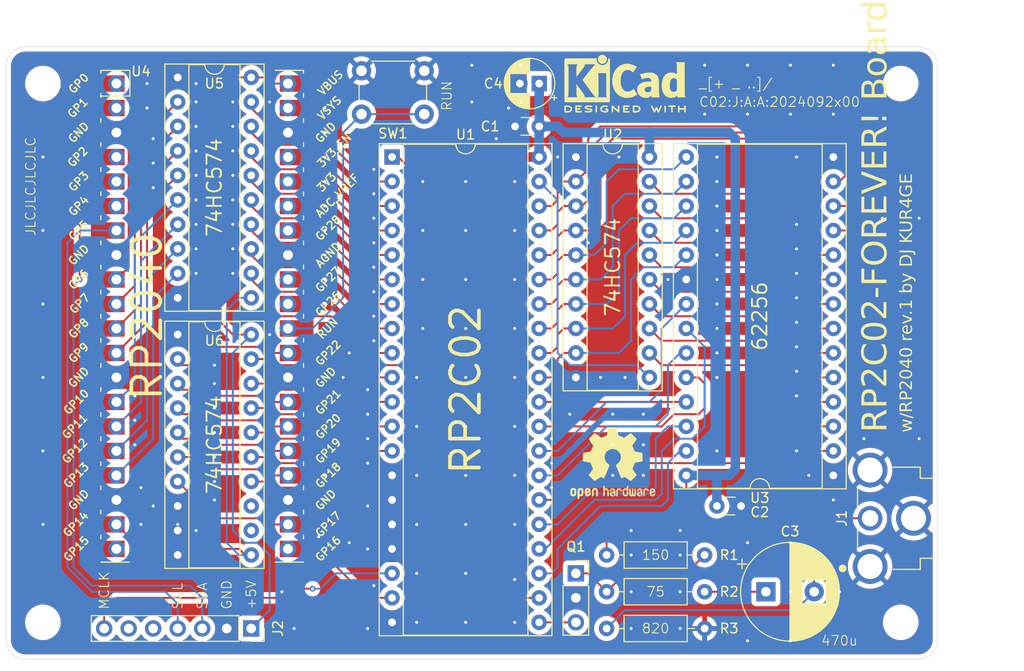
<source format=kicad_pcb>
(kicad_pcb (version 20240108) (generator "pcbnew") (generator_version "8.0")
  (layers (0 "F.Cu" signal) (31 "B.Cu" signal) (34 "B.Paste" user) (35 "F.Paste" user) (36 "B.SilkS" user "B.Silkscreen") (37 "F.SilkS" user "F.Silkscreen") (38 "B.Mask" user) (39 "F.Mask" user) (44 "Edge.Cuts" user))
  (net 0 "")
  (net 1 "GND")
  (net 2 "/P.nWE")
  (net 3 "/P.A0")
  (net 4 "/P.AD7")
  (net 5 "/P.A8")
  (net 6 "/P.AD5")
  (net 7 "/P.A5")
  (net 8 "/P.AD6")
  (net 9 "/P.AD3")
  (net 10 "/P.AD0")
  (net 11 "/P.A2")
  (net 12 "/P.A13")
  (net 13 "/P.A10")
  (net 14 "/P.A12")
  (net 15 "/P.A7")
  (net 16 "/P.AD2")
  (net 17 "/P.AD4")
  (net 18 "/P.nRD")
  (net 19 "/P.A6")
  (net 20 "/P.A9")
  (net 21 "/P.A3")
  (net 22 "/P.A1")
  (net 23 "/P.A4")
  (net 24 "/P.A11")
  (net 25 "/P.AD1")
  (net 26 "+5V")
  (net 27 "/P.ALE")
  (net 28 "MCLK")
  (net 29 "Net-(C3-Pad1)")
  (net 30 "VOUT")
  (net 31 "/VIDEO")
  (net 32 "/E.D7")
  (net 33 "/E.A0")
  (net 34 "/E.D6")
  (net 35 "/E.D2")
  (net 36 "/E.D0")
  (net 37 "/E.nCS")
  (net 38 "/E.D1")
  (net 39 "/E.nINT")
  (net 40 "/E.A2")
  (net 41 "/E.nRST")
  (net 42 "/E.A1")
  (net 43 "/E.R{slash}nW")
  (net 44 "/E.D3")
  (net 45 "/E.D4")
  (net 46 "/E.D5")
  (net 47 "RUN")
  (net 48 "SDA")
  (net 49 "SCL")
  (net 50 "+3V3")
  (net 53 "/F.A0")
  (net 56 "/F.nRST")
  (net 64 "/F.D2")
  (net 66 "/F.R{slash}nW")
  (net 67 "/F.D0")
  (net 68 "/F.A1")
  (net 69 "/F.D6")
  (net 70 "/F.nCS")
  (net 71 "/F.D4")
  (net 72 "/F.D5")
  (net 73 "/F.D1")
  (net 74 "/F.D3")
  (net 75 "/F.D7")
  (net 76 "/F.A2")
  (net 77 "CP")
  (net 80 "Net-(Q1-E)")
  (footprint "MountingHole:MountingHole_3.2mm_M3" (layer "F.Cu") (at 68.58 113.03)
    (property "Reference" "H3" (hide yes))
    (property "Value" "M3")
  )
  (footprint "Symbol:OSHW-Logo2_9.8x8mm_SilkScreen" (layer "F.Cu") (at 127.635 96.52)
    (property "Reference" "REF**" (hide yes))
    (property "Value" "OSHW-Logo2_9.8x8mm_SilkScreen" (hide yes))
  )
  (footprint "MountingHole:MountingHole_3.2mm_M3" (layer "F.Cu") (at 157.48 57.15)
    (property "Reference" "H1" (hide yes))
    (property "Value" "M3")
  )
  (footprint "Symbol:KiCad-Logo2_5mm_SilkScreen" (layer "F.Cu") (at 128.905 57.15)
    (property "Reference" "REF**" (hide yes))
    (property "Value" "KiCad-Logo2_5mm_SilkScreen" (hide yes))
  )
  (footprint "Button_Switch_THT:SW_PUSH_6mm" (layer "F.Cu") (at 108.1 60.325 180)
    (property "Reference" "SW1")
    (property "Value" "RUN")
  )
  (footprint "Resistor_THT:R_Axial_DIN0207_L6.3mm_D2.5mm_P10.16mm_Horizontal" (layer "F.Cu") (at 127 109.855)
    (property "Reference" "R2")
    (property "Value" "75")
  )
  (footprint "MountingHole:MountingHole_3.2mm_M3" (layer "F.Cu") (at 157.48 113.03)
    (property "Reference" "H2" (hide yes))
    (property "Value" "M3")
  )
  (footprint "local:CUI_RCJ-014" (layer "F.Cu") (at 160.255 102.235 180)
    (property "Reference" "J1")
    (property "Value" "VIDEO")
  )
  (footprint "Capacitor_THT:CP_Radial_D5.0mm_P2.00mm" (layer "F.Cu") (at 120.015 57.15 180)
    (property "Reference" "C4")
    (property "Value" "22u")
  )
  (footprint "Resistor_THT:R_Axial_DIN0207_L6.3mm_D2.5mm_P10.16mm_Horizontal" (layer "F.Cu") (at 127 113.665)
    (property "Reference" "R3")
    (property "Value" "820")
  )
  (footprint "Resistor_THT:R_Axial_DIN0207_L6.3mm_D2.5mm_P10.16mm_Horizontal" (layer "F.Cu") (at 127 106.045)
    (property "Reference" "R1")
    (property "Value" "150")
  )
  (footprint "Capacitor_THT:CP_Radial_D10.0mm_P5.00mm" (layer "F.Cu") (at 143.51 109.855)
    (property "Reference" "C3")
    (property "Value" "470u")
  )
  (footprint "Capacitor_THT:C_Disc_D3.0mm_W1.6mm_P2.50mm" (layer "F.Cu") (at 138.43 100.965)
    (property "Reference" "C2")
    (property "Value" "100n")
  )
  (footprint "Capacitor_THT:C_Disc_D3.0mm_W1.6mm_P2.50mm" (layer "F.Cu") (at 120.015 61.595 180)
    (property "Reference" "C1")
    (property "Value" "100n")
  )
  (footprint "Package_DIP:DIP-20_W7.62mm_Socket" (layer "F.Cu") (at 82.55 56.515)
    (property "Reference" "U5")
    (property "Value" "74HC574N")
  )
  (footprint "Package_DIP:DIP-28_W15.24mm_Socket" (layer "F.Cu") (at 150.495 97.79 180)
    (property "Reference" "U3")
    (property "Value" "IS62C256AL")
  )
  (footprint "Package_DIP:DIP-20_W7.62mm_Socket" (layer "F.Cu") (at 123.815 64.77)
    (property "Reference" "U2")
    (property "Value" "74HC574N")
  )
  (footprint "Package_DIP:DIP-20_W7.62mm_Socket" (layer "F.Cu") (at 82.55 83.185)
    (property "Reference" "U6")
    (property "Value" "74HC574N")
  )
  (footprint "Connector_PinSocket_2.54mm:PinSocket_1x03_P2.54mm_Vertical" (layer "F.Cu") (at 123.815 107.95)
    (property "Reference" "Q1")
    (property "Value" "2SA937")
  )
  (footprint "MCU_RaspberryPi_and_Boards:RPi_Pico_SMD_TH" (layer "F.Cu") (at 85.09 81.28)
    (property "Reference" "U4")
    (property "Value" "Pico")
  )
  (footprint "Connector_PinSocket_2.54mm:PinSocket_1x07_P2.54mm_Vertical" (layer "F.Cu") (at 90.17 113.665 -90)
    (property "Reference" "J2")
    (property "Value" "Si5351A")
  )
  (footprint "Package_DIP:DIP-40_W15.24mm_Socket" (layer "F.Cu") (at 104.765 64.77)
    (property "Reference" "U1")
    (property "Value" "RP2C02")
  )
  (footprint "MountingHole:MountingHole_3.2mm_M3" (layer "F.Cu") (at 68.58 57.15)
    (property "Reference" "H4" (hide yes))
    (property "Value" "M3")
  )
  (gr_line (start 159.29 116.84) (end 66.77 116.84) (stroke (width 0.05)) (layer "Edge.Cuts"))
  (gr_arc (start 64.77 55.34) (mid 65.355786 53.925786) (end 66.77 53.34) (stroke (width 0.05)) (layer "Edge.Cuts"))
  (gr_arc (start 161.29 114.84) (mid 160.704214 116.254214) (end 159.29 116.84) (stroke (width 0.05)) (layer "Edge.Cuts"))
  (gr_arc (start 159.29 53.34) (mid 160.704214 53.925786) (end 161.29 55.34) (stroke (width 0.05)) (layer "Edge.Cuts"))
  (gr_arc (start 66.77 116.84) (mid 65.355786 116.254214) (end 64.77 114.84) (stroke (width 0.05)) (layer "Edge.Cuts"))
  (gr_line (start 64.77 114.84) (end 64.77 55.34) (stroke (width 0.05)) (layer "Edge.Cuts"))
  (gr_line (start 66.77 53.34) (end 159.29 53.34) (stroke (width 0.05)) (layer "Edge.Cuts"))
  (gr_line (start 161.29 55.34) (end 161.29 114.84) (stroke (width 0.05)) (layer "Edge.Cuts"))
  (gr_text "74HC574" (at 86.35 67.94 90) (layer "F.SilkS") (effects (font (size 1.5 1.5) (thickness 0.1875))))
  (gr_text "150\n" (at 132.08 106.045 0) (layer "F.SilkS") (effects (font (size 1 1) (thickness 0.1))))
  (gr_text "w/RP2040 rev.1 by DJ KUR4GE" (at 158.115 93.345 90) (layer "F.SilkS") (effects (font (size 1.27 1.27) (thickness 0.1)) (justify left)))
  (gr_text "74HC574" (at 86.35 94.61 90) (layer "F.SilkS") (effects (font (size 1.5 1.5) (thickness 0.1875))))
  (gr_text "MCLK" (at 74.93 111.76 90) (layer "F.SilkS") (effects (font (size 1 1) (thickness 0.1)) (justify left)))
  (gr_text "RUN" (at 109.855 58.42 90) (layer "F.SilkS") (effects (font (size 1 1) (thickness 0.1)) (justify top)))
  (gr_text "RP2C02-FOREVER! Board" (at 154.94 93.345 90) (layer "F.SilkS") (effects (font (size 2.54 2.54) (thickness 0.1)) (justify left)))
  (gr_text "SDA" (at 85.09 111.76 90) (layer "F.SilkS") (effects (font (size 1 1) (thickness 0.1)) (justify left)))
  (gr_text "RP2C02" (at 112.395 88.9 90) (layer "F.SilkS") (effects (font (size 3 3) (thickness 0.375))))
  (gr_text "74HC574" (at 127.635 76.2 90) (layer "F.SilkS") (effects (font (size 1.5 1.5) (thickness 0.1875))))
  (gr_text "_[+ _ ..]/" (at 136.525 57.15 0) (layer "F.SilkS") (effects (font (size 1 1) (thickness 0.1)) (justify left)))
  (gr_text "RP2040" (at 79.375 81.28 90) (layer "F.SilkS") (effects (font (size 3 3) (thickness 0.375))))
  (gr_text "JLCJLCJLCJLC" (at 67.31 73.025 90) (layer "F.SilkS") (effects (font (size 1 1) (thickness 0.1)) (justify left)))
  (gr_text "75" (at 132.08 109.855 0) (layer "F.SilkS") (effects (font (size 1 1) (thickness 0.1))))
  (gr_text "GND" (at 87.63 111.76 90) (layer "F.SilkS") (effects (font (size 1 1) (thickness 0.1)) (justify left)))
  (gr_text "62256" (at 142.875 81.28 90) (layer "F.SilkS") (effects (font (size 1.5 1.5) (thickness 0.1875))))
  (gr_text "470u" (at 151.13 114.935 0) (layer "F.SilkS") (effects (font (size 1 1) (thickness 0.1))))
  (gr_text "SCL" (at 82.55 111.76 90) (layer "F.SilkS") (effects (font (size 1 1) (thickness 0.1)) (justify left)))
  (gr_text "+5V" (at 90.17 111.76 90) (layer "F.SilkS") (effects (font (size 1 1) (thickness 0.1)) (justify left)))
  (gr_text "C02:J:A:A:2024092x00" (at 136.525 59.055 0) (layer "F.SilkS") (effects (font (size 1 1) (thickness 0.1)) (justify left)))
  (gr_text "820" (at 132.08 113.665 0) (layer "F.SilkS") (effects (font (size 1 1) (thickness 0.1))))
  (via (at 146.685 86.995) (size 0.6) (drill 0.3) (layers "F.Cu" "B.Cu") (net 1))
  (via (at 151.13 109.855) (size 0.6) (drill 0.3) (layers "F.Cu" "B.Cu") (net 1))
  (via (at 88.265 64.135) (size 0.6) (drill 0.3) (layers "F.Cu" "B.Cu") (net 1))
  (via (at 137.16 55.245) (size 0.6) (drill 0.3) (layers "F.Cu" "B.Cu") (net 1))
  (via (at 84.455 59.055) (size 0.6) (drill 0.3) (layers "F.Cu" "B.Cu") (net 1))
  (via (at 117.475 77.47) (size 0.6) (drill 0.3) (layers "F.Cu" "B.Cu") (net 1))
  (via (at 117.475 72.39) (size 0.6) (drill 0.3) (layers "F.Cu" "B.Cu") (net 1))
  (via (at 102.235 93.98) (size 0.6) (drill 0.3) (layers "F.Cu" "B.Cu") (net 1))
  (via (at 121.285 96.52) (size 0.6) (drill 0.3) (layers "F.Cu" "B.Cu") (net 1))
  (via (at 107.315 107.95) (size 0.6) (drill 0.3) (layers "F.Cu" "B.Cu") (net 1))
  (via (at 134.62 106.045) (size 0.6) (drill 0.3) (layers "F.Cu" "B.Cu") (net 1))
  (via (at 146.685 74.295) (size 0.6) (drill 0.3) (layers "F.Cu" "B.Cu") (net 1))
  (via (at 102.87 66.04) (size 0.6) (drill 0.3) (layers "F.Cu" "B.Cu") (net 1))
  (via (at 127.635 94.615) (size 0.6) (drill 0.3) (layers "F.Cu" "B.Cu") (net 1))
  (via (at 133.35 77.47) (size 0.6) (drill 0.3) (layers "F.Cu" "B.Cu") (net 1))
  (via (at 68.58 95.25) (size 0.6) (drill 0.3) (layers "F.Cu" "B.Cu") (net 1))
  (via (at 138.43 80.01) (size 0.6) (drill 0.3) (layers "F.Cu" "B.Cu") (net 1))
  (via (at 80.01 62.865) (size 0.6) (drill 0.3) (layers "F.Cu" "B.Cu") (net 1))
  (via (at 146.05 55.245) (size 0.6) (drill 0.3) (layers "F.Cu" "B.Cu") (net 1))
  (via (at 146.05 109.855) (size 0.6) (drill 0.3) (layers "F.Cu" "B.Cu") (net 1))
  (via (at 130.81 97.79) (size 0.6) (drill 0.3) (layers "F.Cu" "B.Cu") (net 1))
  (via (at 138.43 72.39) (size 0.6) (drill 0.3) (layers "F.Cu" "B.Cu") (net 1))
  (via (at 93.345 109.855) (size 0.6) (drill 0.3) (layers "F.Cu" "B.Cu") (net 1))
  (via (at 78.105 89.535) (size 0.6) (drill 0.3) (layers "F.Cu" "B.Cu") (net 1))
  (via (at 84.455 64.135) (size 0.6) (drill 0.3) (layers "F.Cu" "B.Cu") (net 1))
  (via (at 137.16 60.325) (size 0.6) (drill 0.3) (layers "F.Cu" "B.Cu") (net 1))
  (via (at 159.385 71.12) (size 0.6) (drill 0.3) (layers "F.Cu" "B.Cu") (net 1))
  (via (at 112.395 92.71) (size 0.6) (drill 0.3) (layers "F.Cu" "B.Cu") (net 1))
  (via (at 102.235 91.44) (size 0.6) (drill 0.3) (layers "F.Cu" "B.Cu") (net 1))
  (via (at 121.285 99.06) (size 0.6) (drill 0.3) (layers "F.Cu" "B.Cu") (net 1))
  (via (at 107.315 97.79) (size 0.6) (drill 0.3) (layers "F.Cu" "B.Cu") (net 1))
  (via (at 102.235 113.665) (size 0.6) (drill 0.3) (layers "F.Cu" "B.Cu") (net 1))
  (via (at 84.455 57.15) (size 0.6) (drill 0.3) (layers "F.Cu" "B.Cu") (net 1))
  (via (at 97.79 69.85) (size 0.6) (drill 0.3) (layers "F.Cu" "B.Cu") (net 1))
  (via (at 97.155 104.14) (size 0.6) (drill 0.3) (layers "F.Cu" "B.Cu") (net 1))
  (via (at 88.265 71.755) (size 0.6) (drill 0.3) (layers "F.Cu" "B.Cu") (net 1))
  (via (at 138.43 87.63) (size 0.6) (drill 0.3) (layers "F.Cu" "B.Cu") (net 1))
  (via (at 78.74 99.06) (size 0.6) (drill 0.3) (layers "F.Cu" "B.Cu") (net 1))
  (via (at 107.315 92.71) (size 0.6) (drill 0.3) (layers "F.Cu" "B.Cu") (net 1))
  (via (at 112.395 113.03) (size 0.6) (drill 0.3) (layers "F.Cu" "B.Cu") (net 1))
  (via (at 80.01 67.945) (size 0.6) (drill 0.3) (layers "F.Cu" "B.Cu") (net 1))
  (via (at 134.62 113.665) (size 0.6) (drill 0.3) (layers "F.Cu" "B.Cu") (net 1))
  (via (at 107.95 67.31) (size 0.6) (drill 0.3) (layers "F.Cu" "B.Cu") (net 1))
  (via (at 68.58 72.39) (size 0.6) (drill 0.3) (layers "F.Cu" "B.Cu") (net 1))
  (via (at 117.475 92.71) (size 0.6) (drill 0.3) (layers "F.Cu" "B.Cu") (net 1))
  (via (at 86.36 93.345) (size 0.6) (drill 0.3) (layers "F.Cu" "B.Cu") (net 1))
  (via (at 141.605 60.325) (size 0.6) (drill 0.3) (layers "F.Cu" "B.Cu") (net 1))
  (via (at 125.095 73.66) (size 0.6) (drill 0.3) (layers "F.Cu" "B.Cu") (net 1))
  (via (at 84.455 103.505) (size 0.6) (drill 0.3) (layers "F.Cu" "B.Cu") (net 1))
  (via (at 78.105 94.615) (size 0.6) (drill 0.3) (layers "F.Cu" "B.Cu") (net 1))
  (via (at 97.79 59.69) (size 0.6) (drill 0.3) (layers "F.Cu" "B.Cu") (net 1))
  (via (at 150.495 100.33) (size 0.6) (drill 0.3) (layers "F.Cu" "B.Cu") (net 1))
  (via (at 138.43 85.09) (size 0.6) (drill 0.3) (layers "F.Cu" "B.Cu") (net 1))
  (via (at 79.375 59.69) (size 0.6) (drill 0.3) (layers "F.Cu" "B.Cu") (net 1))
  (via (at 112.395 72.39) (size 0.6) (drill 0.3) (layers "F.Cu" "B.Cu") (net 1))
  (via (at 129.54 113.665) (size 0.6) (drill 0.3) (layers "F.Cu" "B.Cu") (net 1))
  (via (at 86.36 88.265) (size 0.6) (drill 0.3) (layers "F.Cu" "B.Cu") (net 1))
  (via (at 127.635 91.44) (size 0.6) (drill 0.3) (layers "F.Cu" "B.Cu") (net 1))
  (via (at 100.33 85.09) (size 0.6) (drill 0.3) (layers "F.Cu" "B.Cu") (net 1))
  (via (at 88.265 74.295) (size 0.6) (drill 0.3) (layers "F.Cu" "B.Cu") (net 1))
  (via (at 86.36 95.885) (size 0.6) (drill 0.3) (layers "F.Cu" "B.Cu") (net 1))
  (via (at 128.905 87.63) (size 0.6) (drill 0.3) (layers "F.Cu" "B.Cu") (net 1))
  (via (at 147.955 97.79) (size 0.6) (drill 0.3) (layers "F.Cu" "B.Cu") (net 1))
  (via (at 107.315 87.63) (size 0.6) (drill 0.3) (layers "F.Cu" "B.Cu") (net 1))
  (via (at 107.95 77.47) (size 0.6) (drill 0.3) (layers "F.Cu" "B.Cu") (net 1))
  (via (at 138.43 82.55) (size 0.6) (drill 0.3) (layers "F.Cu" "B.Cu") (net 1))
  (via (at 84.455 76.835) (size 0.6) (drill 0.3) (layers "F.Cu" "B.Cu") (net 1))
  (via (at 126.365 87.63) (size 0.6) (drill 0.3) (layers "F.Cu" "B.Cu") (net 1))
  (via (at 97.79 74.93) (size 0.6) (drill 0.3) (layers "F.Cu" "B.Cu") (net 1))
  (via (at 102.87 78.74) (size 0.6) (drill 0.3) (layers "F.Cu" "B.Cu") (net 1))
  (via (at 68.58 80.01) (size 0.6) (drill 0.3) (layers "F.Cu" "B.Cu") (net 1))
  (via (at 107.315 113.03) (size 0.6) (drill 0.3) (layers "F.Cu" "B.Cu") (net 1))
  (via (at 84.455 71.755) (size 0.6) (drill 0.3) (layers "F.Cu" "B.Cu") (net 1))
  (via (at 146.685 89.535) (size 0.6) (drill 0.3) (layers "F.Cu" "B.Cu") (net 1))
  (via (at 86.36 100.33) (size 0.6) (drill 0.3) (layers "F.Cu" "B.Cu") (net 1))
  (via (at 86.36 98.425) (size 0.6) (drill 0.3) (layers "F.Cu" "B.Cu") (net 1))
  (via (at 102.87 71.12) (size 0.6) (drill 0.3) (layers "F.Cu" "B.Cu") (net 1))
  (via (at 112.395 102.87) (size 0.6) (drill 0.3) (layers "F.Cu" "B.Cu") (net 1))
  (via (at 138.43 67.31) (size 0.6) (drill 0.3) (layers "F.Cu" "B.Cu") (net 1))
  (via (at 113.03 55.245) (size 0.6) (drill 0.3) (layers "F.Cu" "B.Cu") (net 1))
  (via (at 141.605 104.775) (size 0.6) (drill 0.3) (layers "F.Cu" "B.Cu") (net 1))
  (via (at 117.475 113.03) (size 0.6) (drill 0.3) (layers "F.Cu" "B.Cu") (net 1))
  (via (at 123.19 91.44) (size 0.6) (drill 0.3) (layers "F.Cu" "B.Cu") (net 1))
  (via (at 112.395 67.31) (size 0.6) (drill 0.3) (layers "F.Cu" "B.Cu") (net 1))
  (via (at 80.01 100.965) (size 0.6) (drill 0.3) (layers "F.Cu" "B.Cu") (net 1))
  (via (at 107.315 102.87) (size 0.6) (drill 0.3) (layers "F.Cu" "B.Cu") (net 1))
  (via (at 159.385 93.98) (size 0.6) (drill 0.3) (layers "F.Cu" "B.Cu") (net 1))
  (via (at 102.87 83.82) (size 0.6) (drill 0.3) (layers "F.Cu" "B.Cu") (net 1))
  (via (at 118.11 55.245) (size 0.6) (drill 0.3) (layers "F.Cu" "B.Cu") (net 1))
  (via (at 68.58 102.87) (size 0.6) (drill 0.3) (layers "F.Cu" "B.Cu") (net 1))
  (via (at 102.87 68.58) (size 0.6) (drill 0.3) (layers "F.Cu" "B.Cu") (net 1))
  (via (at 102.87 81.28) (size 0.6) (drill 0.3) (layers "F.Cu" "B.Cu") (net 1))
  (via (at 97.79 72.39) (size 0.6) (drill 0.3) (layers "F.Cu" "B.Cu") (net 1))
  (via (at 102.87 76.2) (size 0.6) (drill 0.3) (layers "F.Cu" "B.Cu") (net 1))
  (via (at 146.685 71.755) (size 0.6) (drill 0.3) (layers "F.Cu" "B.Cu") (net 1))
  (via (at 117.475 87.63) (size 0.6) (drill 0.3) (layers "F.Cu" "B.Cu") (net 1))
  (via (at 78.74 102.87) (size 0.6) (drill 0.3) (layers "F.Cu" "B.Cu") (net 1))
  (via (at 99.695 87.63) (size 0.6) (drill 0.3) (layers "F.Cu" "B.Cu") (net 1))
  (via (at 117.475 102.87) (size 0.6) (drill 0.3) (layers "F.Cu" "B.Cu") (net 1))
  (via (at 117.475 108.585) (size 0.6) (drill 0.3) (layers "F.Cu" "B.Cu") (net 1))
  (via (at 97.79 64.77) (size 0.6) (drill 0.3) (layers "F.Cu" "B.Cu") (net 1))
  (via (at 97.79 67.31) (size 0.6) (drill 0.3) (layers "F.Cu" "B.Cu") (net 1))
  (via (at 130.81 91.44) (size 0.6) (drill 0.3) (layers "F.Cu" "B.Cu") (net 1))
  (via (at 150.495 55.245) (size 0.6) (drill 0.3) (layers "F.Cu" "B.Cu") (net 1))
  (via (at 82.55 102.87) (size 0.6) (drill 0.3) (layers "F.Cu" "B.Cu") (net 1))
  (via (at 141.605 114.935) (size 0.6) (drill 0.3) (layers "F.Cu" "B.Cu") (net 1))
  (via (at 146.05 60.325) (size 0.6) (drill 0.3) (layers "F.Cu" "B.Cu") (net 1))
  (via (at 92.075 59.055) (size 0.6) (drill 0.3) (layers "F.Cu" "B.Cu") (net 1))
  (via (at 118.11 59.055) (size 0.6) (drill 0.3) (layers "F.Cu" "B.Cu") (net 1))
  (via (at 146.685 81.915) (size 0.6) (drill 0.3) (layers "F.Cu" "B.Cu") (net 1))
  (via (at 141.605 55.245) (size 0.6) (drill 0.3) (layers "F.Cu" "B.Cu") (net 1))
  (via (at 113.03 59.055) (size 0.6) (drill 0.3) (layers "F.Cu" "B.Cu") (net 1))
  (via (at 84.455 61.595) (size 0.6) (drill 0.3) (layers "F.Cu" "B.Cu") (net 1))
  (via (at 102.235 96.52) (size 0.6) (drill 0.3) (layers "F.Cu" "B.Cu") (net 1))
  (via (at 102.87 109.22) (size 0.6) (drill 0.3) (layers "F.Cu" "B.Cu") (net 1))
  (via (at 116.84 59.69) (size 0.6) (drill 0.3) (layers "F.Cu" "B.Cu") (net 1))
  (via (at 97.79 77.47) (size 0.6) (drill 0.3) (layers "F.Cu" "B.Cu") (net 1))
  (via (at 94.615 113.665) (size 0.6) (drill 0.3) (layers "F.Cu" "B.Cu") (net 1))
  (via (at 84.455 74.295) (size 0.6) (drill 0.3) (layers "F.Cu" "B.Cu") (net 1))
  (via (at 88.265 66.675) (size 0.6) (drill 0.3) (layers "F.Cu" "B.Cu") (net 1))
  (via (at 112.395 82.55) (size 0.6) (drill 0.3) (layers "F.Cu" "B.Cu") (net 1))
  (via (at 146.05 104.775) (size 0.6) (drill 0.3) (layers "F.Cu" "B.Cu") (net 1))
  (via (at 107.95 82.55) (size 0.6) (drill 0.3) (layers "F.Cu" "B.Cu") (net 1))
  (via (at 146.685 64.77) (size 0.6) (drill 0.3) (layers "F.Cu" "B.Cu") (net 1))
  (via (at 100.33 104.775) (size 0.6) (drill 0.3) (layers "F.Cu" "B.Cu") (net 1))
  (via (at 115.57 62.865) (size 0.6) (drill 0.3) (layers "F.Cu" "B.Cu") (net 1))
  (via (at 107.95 72.39) (size 0.6) (drill 0.3) (layers "F.Cu" "B.Cu") (net 1))
  (via (at 102.235 100.965) (size 0.6) (drill 0.3) (layers "F.Cu" "B.Cu") (net 1))
  (via (at 146.05 114.935) (size 0.6) (drill 0.3) (layers "F.Cu" "B.Cu") (net 1))
  (via (at 146.685 76.835) (size 0.6) (drill 0.3) (layers "F.Cu" "B.Cu") (net 1))
  (via (at 88.265 69.215) (size 0.6) (drill 0.3) (layers "F.Cu" "B.Cu") (net 1))
  (via (at 117.475 67.31) (size 0.6) (drill 0.3) (layers "F.Cu" "B.Cu") (net 1))
  (via (at 88.265 59.055) (size 0.6) (drill 0.3) (layers "F.Cu" "B.Cu") (net 1))
  (via (at 97.79 97.79) (size 0.6) (drill 0.3) (layers "F.Cu" "B.Cu") (net 1))
  (via (at 68.58 87.63) (size 0.6) (drill 0.3) (layers "F.Cu" "B.Cu") (net 1))
  (via (at 88.265 76.835) (size 0.6) (drill 0.3) (layers "F.Cu" "B.Cu") (net 1))
  (via (at 112.395 87.63) (size 0.6) (drill 0.3) (layers "F.Cu" "B.Cu") (net 1))
  (via (at 121.92 64.77) (size 0.6) (drill 0.3) (layers "F.Cu" "B.Cu") (net 1))
  (via (at 79.375 57.15) (size 0.6) (drill 0.3) (layers "F.Cu" "B.Cu") (net 1))
  (via (at 146.685 84.455) (size 0.6) (drill 0.3) (layers "F.Cu" "B.Cu") (net 1))
  (via (at 138.43 69.85) (size 0.6) (drill 0.3) (layers "F.Cu" "B.Cu") (net 1))
  (via (at 92.075 83.185) (size 0.6) (drill 0.3) (layers "F.Cu" "B.Cu") (net 1))
  (via (at 78.105 92.075) (size 0.6) (drill 0.3) (layers "F.Cu" "B.Cu") (net 1))
  (via (at 153.67 93.98) (size 0.6) (drill 0.3) (layers "F.Cu" "B.Cu") (net 1))
  (via (at 138.43 64.77) (size 0.6) (drill 0.3) (layers "F.Cu" "B.Cu") (net 1))
  (via (at 102.235 105.41) (size 0.6) (drill 0.3) (layers "F.Cu" "B.Cu") (net 1))
  (via (at 112.395 97.79) (size 0.6) (drill 0.3) (layers "F.Cu" "B.Cu") (net 1))
  (via (at 155.575 71.12) (size 0.6) (drill 0.3) (layers "F.Cu" "B.Cu") (net 1))
  (via (at 68.58 64.77) (size 0.6) (drill 0.3) (layers "F.Cu" "B.Cu") (net 1))
  (via (at 150.495 60.325) (size 0.6) (drill 0.3) (layers "F.Cu" "B.Cu") (net 1))
  (via (at 97.79 80.01) (size 0.6) (drill 0.3) (layers "F.Cu" "B.Cu") (net 1))
  (via (at 146.685 79.375) (size 0.6) (drill 0.3) (layers "F.Cu" "B.Cu") (net 1))
  (via (at 138.43 74.93) (size 0.6) (drill 0.3) (layers "F.Cu" "B.Cu") (net 1))
  (via (at 129.54 109.855) (size 0.6) (drill 0.3) (layers "F.Cu" "B.Cu") (net 1))
  (via (at 102.87 73.66) (size 0.6) (drill 0.3) (layers "F.Cu" "B.Cu") (net 1))
  (via (at 117.475 97.79) (size 0.6) (drill 0.3) (layers "F.Cu" "B.Cu") (net 1))
  (via (at 138.43 95.25) (size 0.6) (drill 0.3) (layers "F.Cu" "B.Cu") (net 1))
  (via (at 121.285 93.98) (size 0.6) (drill 0.3) (layers "F.Cu" "B.Cu") (net 1))
  (via (at 112.395 77.47) (size 0.6) (drill 0.3) (layers "F.Cu" "B.Cu") (net 1))
  (via (at 138.43 77.47) (size 0.6) (drill 0.3) (layers "F.Cu" "B.Cu") (net 1))
  (via (at 80.01 65.405) (size 0.6) (drill 0.3) (layers "F.Cu" "B.Cu") (net 1))
  (via (at 127.635 97.79) (size 0.6) (drill 0.3) (layers "F.Cu" "B.Cu") (net 1))
  (via (at 84.455 69.215) (size 0.6) (drill 0.3) (layers "F.Cu" "B.Cu") (net 1))
  (via (at 129.54 103.505) (size 0.6) (drill 0.3) (layers "F.Cu" "B.Cu") (net 1))
  (via (at 128.27 64.77) (size 0.6) (drill 0.3) (layers "F.Cu" "B.Cu") (net 1))
  (via (at 97.79 62.23) (size 0.6) (drill 0.3) (layers "F.Cu" "B.Cu") (net 1))
  (via (at 129.54 106.045) (size 0.6) (drill 0.3) (layers "F.Cu" "B.Cu") (net 1))
  (via (at 112.395 107.95) (size 0.6) (drill 0.3) (layers "F.Cu" "B.Cu") (net 1))
  (via (at 86.36 90.805) (size 0.6) (drill 0.3) (layers "F.Cu" "B.Cu") (net 1))
  (via (at 88.265 61.595) (size 0.6) (drill 0.3) (layers "F.Cu" "B.Cu") (net 1))
  (via (at 117.475 82.55) (size 0.6) (drill 0.3) (layers "F.Cu" "B.Cu") (net 1))
  (via (at 146.685 95.25) (size 0.6) (drill 0.3) (layers "F.Cu" "B.Cu") (net 1))
  (via (at 134.62 109.855) (size 0.6) (drill 0.3) (layers "F.Cu" "B.Cu") (net 1))
  (via (at 84.455 66.675) (size 0.6) (drill 0.3) (layers "F.Cu" "B.Cu") (net 1))
  (via (at 102.235 88.9) (size 0.6) (drill 0.3) (layers "F.Cu" "B.Cu") (net 1))
  (via (at 130.81 94.615) (size 0.6) (drill 0.3) (layers "F.Cu" "B.Cu") (net 1))
  (via (at 86.36 86.36) (size 0.6) (drill 0.3) (layers "F.Cu" "B.Cu") (net 1))
  (via (at 134.62 103.505) (size 0.6) (drill 0.3) (layers "F.Cu" "B.Cu") (net 1))
  (segment (start 121.92 105.41) (end 126.365 100.965) (width 0.2) (layer "B.Cu") (net 2))
  (segment (start 121.92 107.315) (end 121.92 105.41) (width 0.2) (layer "B.Cu") (net 2))
  (segment (start 120.005 107.95) (end 121.285 107.95) (width 0.2) (layer "B.Cu") (net 2))
  (segment (start 133.35 96.52) (end 134.62 95.25) (width 0.2) (layer "B.Cu") (net 2))
  (segment (start 133.35 100.33) (end 133.35 96.52) (width 0.2) (layer "B.Cu") (net 2))
  (segment (start 134.62 95.25) (end 135.255 95.25) (width 0.2) (layer "B.Cu") (net 2))
  (segment (start 126.365 100.965) (end 132.715 100.965) (width 0.2) (layer "B.Cu") (net 2))
  (segment (start 121.285 107.95) (end 121.92 107.315) (width 0.2) (layer "B.Cu") (net 2))
  (segment (start 132.715 100.965) (end 133.35 100.33) (width 0.2) (layer "B.Cu") (net 2))
  (segment (start 150.495 74.93) (end 148.59 74.93) (width 0.2) (layer "F.Cu") (net 3))
  (segment (start 142.24 68.58) (end 132.705 68.58) (width 0.2) (layer "F.Cu") (net 3))
  (segment (start 148.59 74.93) (end 142.24 68.58) (width 0.2) (layer "F.Cu") (net 3))
  (segment (start 131.435 67.31) (end 132.705 68.58) (width 0.2) (layer "F.Cu") (net 3))
  (segment (start 121.92 85.725) (end 122.555 85.09) (width 0.2) (layer "F.Cu") (net 4))
  (segment (start 121.285 87.63) (end 121.92 86.995) (width 0.2) (layer "F.Cu") (net 4))
  (segment (start 122.555 85.09) (end 123.815 85.09) (width 0.2) (layer "F.Cu") (net 4))
  (segment (start 121.92 86.995) (end 121.92 85.725) (width 0.2) (layer "F.Cu") (net 4))
  (segment (start 120.005 87.63) (end 121.285 87.63) (width 0.2) (layer "F.Cu") (net 4))
  (segment (start 129.54 77.47) (end 130.81 76.2) (width 0.2) (layer "B.Cu") (net 4))
  (segment (start 130.81 76.2) (end 133.985 76.2) (width 0.2) (layer "B.Cu") (net 4))
  (segment (start 123.815 85.09) (end 128.27 85.09) (width 0.2) (layer "B.Cu") (net 4))
  (segment (start 133.985 76.2) (end 135.255 74.93) (width 0.2) (layer "B.Cu") (net 4))
  (segment (start 129.54 83.82) (end 129.54 77.47) (width 0.2) (layer "B.Cu") (net 4))
  (segment (start 128.27 85.09) (end 129.54 83.82) (width 0.2) (layer "B.Cu") (net 4))
  (segment (start 135.255 90.17) (end 120.005 90.17) (width 0.2) (layer "F.Cu") (net 5))
  (segment (start 121.285 82.55) (end 121.92 81.915) (width 0.2) (layer "F.Cu") (net 6))
  (segment (start 121.92 80.645) (end 122.555 80.01) (width 0.2) (layer "F.Cu") (net 6))
  (segment (start 121.92 81.915) (end 121.92 80.645) (width 0.2) (layer "F.Cu") (net 6))
  (segment (start 122.555 80.01) (end 123.815 80.01) (width 0.2) (layer "F.Cu") (net 6))
  (segment (start 120.005 82.55) (end 121.285 82.55) (width 0.2) (layer "F.Cu") (net 6))
  (segment (start 128.27 72.39) (end 129.54 71.12) (width 0.2) (layer "B.Cu") (net 6))
  (segment (start 133.985 71.12) (end 135.255 69.85) (width 0.2) (layer "B.Cu") (net 6))
  (segment (start 127 80.01) (end 128.27 78.74) (width 0.2) (layer "B.Cu") (net 6))
  (segment (start 128.27 78.74) (end 128.27 72.39) (width 0.2) (layer "B.Cu") (net 6))
  (segment (start 123.815 80.01) (end 127 80.01) (width 0.2) (layer "B.Cu") (net 6))
  (segment (start 129.54 71.12) (end 133.985 71.12) (width 0.2) (layer "B.Cu") (net 6))
  (segment (start 131.435 80.01) (end 132.705 81.28) (width 0.2) (layer "F.Cu") (net 7))
  (segment (start 142.24 81.28) (end 148.59 87.63) (width 0.2) (layer "F.Cu") (net 7))
  (segment (start 148.59 87.63) (end 150.495 87.63) (width 0.2) (layer "F.Cu") (net 7))
  (segment (start 132.705 81.28) (end 142.24 81.28) (width 0.2) (layer "F.Cu") (net 7))
  (segment (start 121.92 84.455) (end 121.92 83.185) (width 0.2) (layer "F.Cu") (net 8))
  (segment (start 121.92 83.185) (end 122.555 82.55) (width 0.2) (layer "F.Cu") (net 8))
  (segment (start 122.555 82.55) (end 123.815 82.55) (width 0.2) (layer "F.Cu") (net 8))
  (segment (start 121.285 85.09) (end 121.92 84.455) (width 0.2) (layer "F.Cu") (net 8))
  (segment (start 120.005 85.09) (end 121.285 85.09) (width 0.2) (layer "F.Cu") (net 8))
  (segment (start 130.175 73.66) (end 133.985 73.66) (width 0.2) (layer "B.Cu") (net 8))
  (segment (start 127.635 82.55) (end 128.905 81.28) (width 0.2) (layer "B.Cu") (net 8))
  (segment (start 128.905 81.28) (end 128.905 74.93) (width 0.2) (layer "B.Cu") (net 8))
  (segment (start 123.815 82.55) (end 127.635 82.55) (width 0.2) (layer "B.Cu") (net 8))
  (segment (start 133.985 73.66) (end 135.255 72.39) (width 0.2) (layer "B.Cu") (net 8))
  (segment (start 128.905 74.93) (end 130.175 73.66) (width 0.2) (layer "B.Cu") (net 8))
  (segment (start 120.005 77.47) (end 121.285 77.47) (width 0.2) (layer "F.Cu") (net 9))
  (segment (start 122.555 74.93) (end 123.815 74.93) (width 0.2) (layer "F.Cu") (net 9))
  (segment (start 121.92 75.565) (end 122.555 74.93) (width 0.2) (layer "F.Cu") (net 9))
  (segment (start 121.92 76.835) (end 121.92 75.565) (width 0.2) (layer "F.Cu") (net 9))
  (segment (start 121.285 77.47) (end 121.92 76.835) (width 0.2) (layer "F.Cu") (net 9))
  (segment (start 125.73 74.93) (end 127 73.66) (width 0.2) (layer "B.Cu") (net 9))
  (segment (start 127 73.66) (end 127 67.31) (width 0.2) (layer "B.Cu") (net 9))
  (segment (start 127 67.31) (end 128.27 66.04) (width 0.2) (layer "B.Cu") (net 9))
  (segment (start 123.815 74.93) (end 125.73 74.93) (width 0.2) (layer "B.Cu") (net 9))
  (segment (start 128.27 66.04) (end 133.985 66.04) (width 0.2) (layer "B.Cu") (net 9))
  (segment (start 133.985 66.04) (end 135.255 64.77) (width 0.2) (layer "B.Cu") (net 9))
  (segment (start 126.365 61.595) (end 152.4 61.595) (width 0.2) (layer "F.Cu") (net 10))
  (segment (start 125.095 66.04) (end 125.095 62.865) (width 0.2) (layer "F.Cu") (net 10))
  (segment (start 153.67 62.865) (end 153.67 71.12) (width 0.2) (layer "F.Cu") (net 10))
  (segment (start 125.095 62.865) (end 126.365 61.595) (width 0.2) (layer "F.Cu") (net 10))
  (segment (start 122.555 67.31) (end 123.815 67.31) (width 0.2) (layer "F.Cu") (net 10))
  (segment (start 153.67 71.12) (end 152.4 72.39) (width 0.2) (layer "F.Cu") (net 10))
  (segment (start 121.285 69.85) (end 121.92 69.215) (width 0.2) (layer "F.Cu") (net 10))
  (segment (start 120.005 69.85) (end 121.285 69.85) (width 0.2) (layer "F.Cu") (net 10))
  (segment (start 123.825 67.31) (end 125.095 66.04) (width 0.2) (layer "F.Cu") (net 10))
  (segment (start 121.92 69.215) (end 121.92 67.945) (width 0.2) (layer "F.Cu") (net 10))
  (segment (start 152.4 61.595) (end 153.67 62.865) (width 0.2) (layer "F.Cu") (net 10))
  (segment (start 152.4 72.39) (end 150.495 72.39) (width 0.2) (layer "F.Cu") (net 10))
  (segment (start 123.815 67.31) (end 123.825 67.31) (width 0.2) (layer "F.Cu") (net 10))
  (segment (start 121.92 67.945) (end 122.555 67.31) (width 0.2) (layer "F.Cu") (net 10))
  (segment (start 142.24 73.66) (end 132.705 73.66) (width 0.2) (layer "F.Cu") (net 11))
  (segment (start 148.59 80.01) (end 142.24 73.66) (width 0.2) (layer "F.Cu") (net 11))
  (segment (start 150.495 80.01) (end 148.59 80.01) (width 0.2) (layer "F.Cu") (net 11))
  (segment (start 131.435 72.39) (end 132.705 73.66) (width 0.2) (layer "F.Cu") (net 11))
  (segment (start 132.08 93.98) (end 133.35 92.71) (width 0.2) (layer "B.Cu") (net 12))
  (segment (start 121.92 102.87) (end 125.095 99.695) (width 0.2) (layer "B.Cu") (net 12))
  (segment (start 125.095 99.695) (end 131.445 99.695) (width 0.2) (layer "B.Cu") (net 12))
  (segment (start 132.08 99.06) (end 132.08 93.98) (width 0.2) (layer "B.Cu") (net 12))
  (segment (start 133.35 92.71) (end 135.255 92.71) (width 0.2) (layer "B.Cu") (net 12))
  (segment (start 131.445 99.695) (end 132.08 99.06) (width 0.2) (layer "B.Cu") (net 12))
  (segment (start 120.005 102.87) (end 121.92 102.87) (width 0.2) (layer "B.Cu") (net 12))
  (segment (start 120.005 95.25) (end 121.92 95.25) (width 0.2) (layer "B.Cu") (net 13))
  (segment (start 127 90.17) (end 131.445 90.17) (width 0.2) (layer "B.Cu") (net 13))
  (segment (start 132.715 88.9) (end 132.715 82.55) (width 0.2) (layer "B.Cu") (net 13))
  (segment (start 132.715 82.55) (end 135.255 80.01) (width 0.2) (layer "B.Cu") (net 13))
  (segment (start 121.92 95.25) (end 127 90.17) (width 0.2) (layer "B.Cu") (net 13))
  (segment (start 131.445 90.17) (end 132.715 88.9) (width 0.2) (layer "B.Cu") (net 13))
  (segment (start 148.59 95.25) (end 150.495 95.25) (width 0.2) (layer "F.Cu") (net 14))
  (segment (start 121.92 100.33) (end 125.73 96.52) (width 0.2) (layer "F.Cu") (net 14))
  (segment (start 125.73 96.52) (end 147.32 96.52) (width 0.2) (layer "F.Cu") (net 14))
  (segment (start 147.32 96.52) (end 148.59 95.25) (width 0.2) (layer "F.Cu") (net 14))
  (segment (start 120.005 100.33) (end 121.92 100.33) (width 0.2) (layer "F.Cu") (net 14))
  (segment (start 142.24 86.36) (end 148.59 92.71) (width 0.2) (layer "F.Cu") (net 15))
  (segment (start 131.435 85.09) (end 132.705 86.36) (width 0.2) (layer "F.Cu") (net 15))
  (segment (start 148.59 92.71) (end 150.495 92.71) (width 0.2) (layer "F.Cu") (net 15))
  (segment (start 132.705 86.36) (end 142.24 86.36) (width 0.2) (layer "F.Cu") (net 15))
  (segment (start 121.285 74.93) (end 121.92 74.295) (width 0.2) (layer "F.Cu") (net 16))
  (segment (start 127.635 62.865) (end 151.13 62.865) (width 0.2) (layer "F.Cu") (net 16))
  (segment (start 122.555 72.39) (end 123.815 72.39) (width 0.2) (layer "F.Cu") (net 16))
  (segment (start 152.4 66.04) (end 151.13 67.31) (width 0.2) (layer "F.Cu") (net 16))
  (segment (start 123.815 72.39) (end 125.095 72.39) (width 0.2) (layer "F.Cu") (net 16))
  (segment (start 121.92 74.295) (end 121.92 73.025) (width 0.2) (layer "F.Cu") (net 16))
  (segment (start 126.365 64.135) (end 127.635 62.865) (width 0.2) (layer "F.Cu") (net 16))
  (segment (start 126.365 71.12) (end 126.365 64.135) (width 0.2) (layer "F.Cu") (net 16))
  (segment (start 125.095 72.39) (end 126.365 71.12) (width 0.2) (layer "F.Cu") (net 16))
  (segment (start 120.005 74.93) (end 121.285 74.93) (width 0.2) (layer "F.Cu") (net 16))
  (segment (start 151.13 67.31) (end 150.495 67.31) (width 0.2) (layer "F.Cu") (net 16))
  (segment (start 121.92 73.025) (end 122.555 72.39) (width 0.2) (layer "F.Cu") (net 16))
  (segment (start 152.4 64.135) (end 152.4 66.04) (width 0.2) (layer "F.Cu") (net 16))
  (segment (start 151.13 62.865) (end 152.4 64.135) (width 0.2) (layer "F.Cu") (net 16))
  (segment (start 120.005 80.01) (end 121.285 80.01) (width 0.2) (layer "F.Cu") (net 17))
  (segment (start 122.555 77.47) (end 123.815 77.47) (width 0.2) (layer "F.Cu") (net 17))
  (segment (start 121.92 78.105) (end 122.555 77.47) (width 0.2) (layer "F.Cu") (net 17))
  (segment (start 121.285 80.01) (end 121.92 79.375) (width 0.2) (layer "F.Cu") (net 17))
  (segment (start 121.92 79.375) (end 121.92 78.105) (width 0.2) (layer "F.Cu") (net 17))
  (segment (start 127.635 69.85) (end 127.635 76.2) (width 0.2) (layer "B.Cu") (net 17))
  (segment (start 135.255 67.31) (end 133.985 68.58) (width 0.2) (layer "B.Cu") (net 17))
  (segment (start 126.365 77.47) (end 123.815 77.47) (width 0.2) (layer "B.Cu") (net 17))
  (segment (start 133.985 68.58) (end 128.905 68.58) (width 0.2) (layer "B.Cu") (net 17))
  (segment (start 127.635 76.2) (end 126.365 77.47) (width 0.2) (layer "B.Cu") (net 17))
  (segment (start 128.905 68.58) (end 127.635 69.85) (width 0.2) (layer "B.Cu") (net 17))
  (segment (start 137.16 84.455) (end 135.255 82.55) (width 0.2) (layer "B.Cu") (net 18))
  (segment (start 132.08 100.33) (end 132.715 99.695) (width 0.2) (layer "B.Cu") (net 18))
  (segment (start 120.65 105.41) (end 125.73 100.33) (width 0.2) (layer "B.Cu") (net 18))
  (segment (start 132.715 95.25) (end 133.985 93.98) (width 0.2) (layer "B.Cu") (net 18))
  (segment (start 137.16 92.71) (end 137.16 84.455) (width 0.2) (layer "B.Cu") (net 18))
  (segment (start 133.985 93.98) (end 135.89 93.98) (width 0.2) (layer "B.Cu") (net 18))
  (segment (start 135.89 82.55) (end 135.255 82.55) (width 0.2) (layer "B.Cu") (net 18))
  (segment (start 125.73 100.33) (end 132.08 100.33) (width 0.2) (layer "B.Cu") (net 18))
  (segment (start 120.005 105.41) (end 120.65 105.41) (width 0.2) (layer "B.Cu") (net 18))
  (segment (start 132.715 99.695) (end 132.715 95.25) (width 0.2) (layer "B.Cu") (net 18))
  (segment (start 135.89 93.98) (end 137.16 92.71) (width 0.2) (layer "B.Cu") (net 18))
  (segment (start 142.24 83.82) (end 148.59 90.17) (width 0.2) (layer "F.Cu") (net 19))
  (segment (start 131.435 82.55) (end 132.705 83.82) (width 0.2) (layer "F.Cu") (net 19))
  (segment (start 148.59 90.17) (end 150.495 90.17) (width 0.2) (layer "F.Cu") (net 19))
  (segment (start 132.705 83.82) (end 142.24 83.82) (width 0.2) (layer "F.Cu") (net 19))
  (segment (start 136.525 91.44) (end 137.16 90.805) (width 0.2) (layer "F.Cu") (net 20))
  (segment (start 136.525 87.63) (end 135.255 87.63) (width 0.2) (layer "F.Cu") (net 20))
  (segment (start 137.16 90.805) (end 137.16 88.265) (width 0.2) (layer "F.Cu") (net 20))
  (segment (start 137.16 88.265) (end 136.525 87.63) (width 0.2) (layer "F.Cu") (net 20))
  (segment (start 133.985 91.44) (end 136.525 91.44) (width 0.2) (layer "F.Cu") (net 20))
  (segment (start 132.715 92.71) (end 133.985 91.44) (width 0.2) (layer "F.Cu") (net 20))
  (segment (start 120.005 92.71) (end 132.715 92.71) (width 0.2) (layer "F.Cu") (net 20))
  (segment (start 132.705 76.2) (end 142.24 76.2) (width 0.2) (layer "F.Cu") (net 21))
  (segment (start 131.435 74.93) (end 132.705 76.2) (width 0.2) (layer "F.Cu") (net 21))
  (segment (start 148.59 82.55) (end 150.495 82.55) (width 0.2) (layer "F.Cu") (net 21))
  (segment (start 142.24 76.2) (end 148.59 82.55) (width 0.2) (layer "F.Cu") (net 21))
  (segment (start 148.59 77.47) (end 150.495 77.47) (width 0.2) (layer "F.Cu") (net 22))
  (segment (start 132.705 71.12) (end 142.24 71.12) (width 0.2) (layer "F.Cu") (net 22))
  (segment (start 131.435 69.85) (end 132.08 69.85) (width 0.2) (layer "F.Cu") (net 22))
  (segment (start 131.435 69.85) (end 132.705 71.12) (width 0.2) (layer "F.Cu") (net 22))
  (segment (start 142.24 71.12) (end 148.59 77.47) (width 0.2) (layer "F.Cu") (net 22))
  (segment (start 142.24 78.74) (end 148.59 85.09) (width 0.2) (layer "F.Cu") (net 23))
  (segment (start 148.59 85.09) (end 150.495 85.09) (width 0.2) (layer "F.Cu") (net 23))
  (segment (start 132.705 78.74) (end 142.24 78.74) (width 0.2) (layer "F.Cu") (net 23))
  (segment (start 131.435 77.47) (end 132.705 78.74) (width 0.2) (layer "F.Cu") (net 23))
  (segment (start 134.62 85.09) (end 135.255 85.09) (width 0.2) (layer "B.Cu") (net 24))
  (segment (start 120.005 97.79) (end 121.92 97.79) (width 0.2) (layer "B.Cu") (net 24))
  (segment (start 127 92.71) (end 132.08 92.71) (width 0.2) (layer "B.Cu") (net 24))
  (segment (start 132.08 92.71) (end 133.35 91.44) (width 0.2) (layer "B.Cu") (net 24))
  (segment (start 133.35 86.36) (end 134.62 85.09) (width 0.2) (layer "B.Cu") (net 24))
  (segment (start 133.35 91.44) (end 133.35 86.36) (width 0.2) (layer "B.Cu") (net 24))
  (segment (start 121.92 97.79) (end 127 92.71) (width 0.2) (layer "B.Cu") (net 24))
  (segment (start 150.495 69.85) (end 151.765 69.85) (width 0.2) (layer "F.Cu") (net 25))
  (segment (start 124.46 69.85) (end 125.73 68.58) (width 0.2) (layer "F.Cu") (net 25))
  (segment (start 127 62.23) (end 151.765 62.23) (width 0.2) (layer "F.Cu") (net 25))
  (segment (start 121.285 72.39) (end 121.92 71.755) (width 0.2) (layer "F.Cu") (net 25))
  (segment (start 125.73 68.58) (end 125.73 63.5) (width 0.2) (layer "F.Cu") (net 25))
  (segment (start 153.035 68.58) (end 151.765 69.85) (width 0.2) (layer "F.Cu") (net 25))
  (segment (start 125.73 63.5) (end 127 62.23) (width 0.2) (layer "F.Cu") (net 25))
  (segment (start 122.555 69.85) (end 123.815 69.85) (width 0.2) (layer "F.Cu") (net 25))
  (segment (start 123.815 69.85) (end 124.46 69.85) (width 0.2) (layer "F.Cu") (net 25))
  (segment (start 121.92 71.755) (end 121.92 70.485) (width 0.2) (layer "F.Cu") (net 25))
  (segment (start 151.765 62.23) (end 153.035 63.5) (width 0.2) (layer "F.Cu") (net 25))
  (segment (start 120.005 72.39) (end 121.285 72.39) (width 0.2) (layer "F.Cu") (net 25))
  (segment (start 153.035 63.5) (end 153.035 68.58) (width 0.2) (layer "F.Cu") (net 25))
  (segment (start 121.92 70.485) (end 122.555 69.85) (width 0.2) (layer "F.Cu") (net 25))
  (segment (start 98.0175 57.15) (end 93.98 57.15) (width 1) (layer "F.Cu") (net 26))
  (segment (start 99.695 62.865) (end 99.06 62.23) (width 1) (layer "F.Cu") (net 26))
  (segment (start 127 103.505) (end 128.27 102.235) (width 0.2) (layer "F.Cu") (net 26))
  (segment (start 135.255 100.965) (end 135.255 97.79) (width 0.2) (layer "F.Cu") (net 26))
  (segment (start 99.06 62.23) (end 99.06 58.1925) (width 1) (layer "F.Cu") (net 26))
  (segment (start 91.44 56.515) (end 92.075 57.15) (width 0.2) (layer "F.Cu") (net 26))
  (segment (start 120.005 64.77) (end 113.03 64.77) (width 1) (layer "F.Cu") (net 26))
  (segment (start 86.995 81.915) (end 88.265 83.185) (width 0.2) (layer "F.Cu") (net 26))
  (segment (start 90.17 56.515) (end 91.44 56.515) (width 0.2) (layer "F.Cu") (net 26))
  (segment (start 90.17 56.515) (end 88.265 56.515) (width 0.2) (layer "F.Cu") (net 26))
  (segment (start 88.265 83.185) (end 90.17 83.185) (width 0.2) (layer "F.Cu") (net 26))
  (segment (start 128.27 102.235) (end 133.985 102.235) (width 0.2) (layer "F.Cu") (net 26))
  (segment (start 133.985 102.235) (end 135.255 100.965) (width 0.2) (layer "F.Cu") (net 26))
  (segment (start 127 106.045) (end 127 103.505) (width 0.2) (layer "F.Cu") (net 26))
  (segment (start 113.03 64.77) (end 111.125 62.865) (width 1) (layer "F.Cu") (net 26))
  (segment (start 88.265 56.515) (end 86.995 57.785) (width 0.2) (layer "F.Cu") (net 26))
  (segment (start 92.075 57.15) (end 93.98 57.15) (width 0.2) (layer "F.Cu") (net 26))
  (segment (start 99.06 58.1925) (end 98.0175 57.15) (width 1) (layer "F.Cu") (net 26))
  (segment (start 111.125 62.865) (end 99.695 62.865) (width 1) (layer "F.Cu") (net 26))
  (segment (start 86.995 57.785) (end 86.995 81.915) (width 0.2) (layer "F.Cu") (net 26))
  (segment (start 138.43 97.79) (end 139.7 97.79) (width 1) (layer "B.Cu") (net 26))
  (segment (start 92.075 111.76) (end 92.075 106.045) (width 0.2) (layer "B.Cu") (net 26))
  (segment (start 120.005 61.605) (end 120.005 64.77) (width 1) (layer "B.Cu") (net 26))
  (segment (start 139.7 62.23) (end 131.445 62.23) (width 1) (layer "B.Cu") (net 26))
  (segment (start 140.335 97.155) (end 140.335 62.865) (width 1) (layer "B.Cu") (net 26))
  (segment (start 138.43 97.79) (end 135.255 97.79) (width 1) (layer "B.Cu") (net 26))
  (segment (start 139.7 97.79) (end 140.335 97.155) (width 1) (layer "B.Cu") (net 26))
  (segment (start 131.445 62.23) (end 122.555 62.23) (width 1) (layer "B.Cu") (net 26))
  (segment (start 131.445 63.5) (end 131.435 63.51) (width 1) (layer "B.Cu") (net 26))
  (segment (start 92.075 106.045) (end 90.805 104.775) (width 0.2) (layer "B.Cu") (net 26))
  (segment (start 90.17 113.665) (end 92.075 111.76) (width 0.2) (layer "B.Cu") (net 26))
  (segment (start 140.335 62.865) (end 139.7 62.23) (width 1) (layer "B.Cu") (net 26))
  (segment (start 138.43 97.79) (end 138.43 100.965) (width 1) (layer "B.Cu") (net 26))
  (segment (start 131.435 63.51) (end 131.435 64.77) (width 1) (layer "B.Cu") (net 26))
  (segment (start 121.92 61.595) (end 120.015 61.595) (width 1) (layer "B.Cu") (net 26))
  (segment (start 131.445 62.23) (end 131.445 63.5) (width 1) (layer "B.Cu") (net 26))
  (segment (start 88.265 103.505) (end 88.265 85.09) (width 0.2) (layer "B.Cu") (net 26))
  (segment (start 90.805 104.775) (end 89.535 104.775) (width 0.2) (layer "B.Cu") (net 26))
  (segment (start 88.265 85.09) (end 90.17 83.185) (width 0.2) (layer "B.Cu") (net 26))
  (segment (start 122.555 62.23) (end 121.92 61.595) (width 1) (layer "B.Cu") (net 26))
  (segment (start 120.015 61.595) (end 120.005 61.605) (width 1) (layer "B.Cu") (net 26))
  (segment (start 89.535 104.775) (end 88.265 103.505) (width 0.2) (layer "B.Cu") (net 26))
  (segment (start 120.015 61.595) (end 120.015 57.464887) (width 1) (layer "B.Cu") (net 26))
  (segment (start 120.005 67.31) (end 121.92 69.225) (width 0.2) (layer "B.Cu") (net 27))
  (segment (start 121.92 69.225) (end 121.92 85.09) (width 0.2) (layer "B.Cu") (net 27))
  (segment (start 131.435 88.275) (end 131.435 87.63) (width 0.2) (layer "B.Cu") (net 27))
  (segment (start 130.165 86.36) (end 131.435 87.63) (width 0.2) (layer "B.Cu") (net 27))
  (segment (start 121.92 85.09) (end 123.19 86.36) (width 0.2) (layer "B.Cu") (net 27))
  (segment (start 123.19 86.36) (end 130.165 86.36) (width 0.2) (layer "B.Cu") (net 27))
  (segment (start 96.52 109.54) (end 95.565 109.54) (width 0.2) (layer "F.Cu") (net 28))
  (segment (start 95.565 109.54) (end 94.615 110.49) (width 0.2) (layer "F.Cu") (net 28))
  (segment (start 74.93 113.03) (end 74.93 113.665) (width 0.2) (layer "F.Cu") (net 28))
  (segment (start 74.93 111.76) (end 74.93 113.665) (width 0.2) (layer "F.Cu") (net 28))
  (segment (start 76.2 110.49) (end 74.93 111.76) (width 0.2) (layer "F.Cu") (net 28))
  (segment (start 94.615 110.49) (end 76.2 110.49) (width 0.2) (layer "F.Cu") (net 28))
  (via (at 96.52 109.54) (size 0.6) (drill 0.3) (layers "F.Cu" "B.Cu") (net 28))
  (segment (start 104.765 107.95) (end 98.958529 107.95) (width 0.2) (layer "B.Cu") (net 28))
  (segment (start 96.52 109.54) (end 97.368529 109.54) (width 0.2) (layer "B.Cu") (net 28))
  (segment (start 97.368529 109.54) (end 98.958529 107.95) (width 0.2) (layer "B.Cu") (net 28))
  (segment (start 104.135 107.95) (end 104.765 107.95) (width 0.2) (layer "B.Cu") (net 28))
  (segment (start 137.16 109.855) (end 143.51 109.855) (width 0.2) (layer "F.Cu") (net 29))
  (segment (start 120.005 113.03) (end 123.815 113.03) (width 0.2) (layer "F.Cu") (net 30))
  (segment (start 149.86 102.235) (end 154.305 102.235) (width 0.2) (layer "F.Cu") (net 31))
  (segment (start 148.51 109.855) (end 148.51 103.585) (width 0.2) (layer "F.Cu") (net 31))
  (segment (start 148.51 103.585) (end 149.86 102.235) (width 0.2) (layer "F.Cu") (net 31))
  (segment (start 128.905 111.76) (end 146.605 111.76) (width 0.2) (layer "B.Cu") (net 31))
  (segment (start 146.605 111.76) (end 148.51 109.855) (width 0.2) (layer "B.Cu") (net 31))
  (segment (start 127 113.665) (end 128.905 111.76) (width 0.2) (layer "B.Cu") (net 31))
  (segment (start 76.2 97.79) (end 80.01 93.98) (width 0.2) (layer "B.Cu") (net 32))
  (segment (start 80.01 93.98) (end 80.01 79.375) (width 0.2) (layer "B.Cu") (net 32))
  (segment (start 80.01 79.375) (end 82.55 76.835) (width 0.2) (layer "B.Cu") (net 32))
  (segment (start 82.55 93.98) (end 84.455 93.98) (width 0.2) (layer "F.Cu") (net 33))
  (segment (start 92.075 95.25) (end 93.98 95.25) (width 0.2) (layer "F.Cu") (net 33))
  (segment (start 84.455 93.98) (end 85.09 94.615) (width 0.2) (layer "F.Cu") (net 33))
  (segment (start 85.09 94.615) (end 91.44 94.615) (width 0.2) (layer "F.Cu") (net 33))
  (segment (start 91.44 94.615) (end 92.075 95.25) (width 0.2) (layer "F.Cu") (net 33))
  (segment (start 79.375 77.47) (end 82.55 74.295) (width 0.2) (layer "B.Cu") (net 34))
  (segment (start 79.375 92.075) (end 79.375 77.47) (width 0.2) (layer "B.Cu") (net 34))
  (segment (start 76.2 95.25) (end 79.375 92.075) (width 0.2) (layer "B.Cu") (net 34))
  (segment (start 78.74 67.945) (end 82.55 64.135) (width 0.2) (layer "F.Cu") (net 35))
  (segment (start 76.2 82.55) (end 78.74 80.01) (width 0.2) (layer "F.Cu") (net 35))
  (segment (start 78.74 80.01) (end 78.74 67.945) (width 0.2) (layer "F.Cu") (net 35))
  (segment (start 77.47 76.2) (end 77.47 64.135) (width 0.2) (layer "F.Cu") (net 36))
  (segment (start 76.2 77.47) (end 77.47 76.2) (width 0.2) (layer "F.Cu") (net 36))
  (segment (start 77.47 64.135) (end 82.55 59.055) (width 0.2) (layer "F.Cu") (net 36))
  (segment (start 92.075 97.79) (end 93.98 97.79) (width 0.2) (layer "F.Cu") (net 37))
  (segment (start 85.09 97.155) (end 91.44 97.155) (width 0.2) (layer "F.Cu") (net 37))
  (segment (start 91.44 97.155) (end 92.075 97.79) (width 0.2) (layer "F.Cu") (net 37))
  (segment (start 83.82 95.885) (end 85.09 97.155) (width 0.2) (layer "F.Cu") (net 37))
  (segment (start 82.55 95.885) (end 83.82 95.885) (width 0.2) (layer "F.Cu") (net 37))
  (segment (start 76.2 80.01) (end 78.105 78.105) (width 0.2) (layer "F.Cu") (net 38))
  (segment (start 78.105 78.105) (end 78.105 66.04) (width 0.2) (layer "F.Cu") (net 38))
  (segment (start 78.105 66.04) (end 82.55 61.595) (width 0.2) (layer "F.Cu") (net 38))
  (segment (start 97.155 105.41) (end 93.98 105.41) (width 0.2) (layer "F.Cu") (net 39))
  (segment (start 102.235 110.49) (end 97.155 105.41) (width 0.2) (layer "F.Cu") (net 39))
  (segment (start 104.765 110.49) (end 102.235 110.49) (width 0.2) (layer "F.Cu") (net 39))
  (segment (start 85.09 89.535) (end 91.44 89.535) (width 0.2) (layer "F.Cu") (net 40))
  (segment (start 82.55 88.9) (end 84.455 88.9) (width 0.2) (layer "F.Cu") (net 40))
  (segment (start 84.455 88.9) (end 85.09 89.535) (width 0.2) (layer "F.Cu") (net 40))
  (segment (start 91.44 89.535) (end 92.075 90.17) (width 0.2) (layer "F.Cu") (net 40))
  (segment (start 92.075 90.17) (end 93.98 90.17) (width 0.2) (layer "F.Cu") (net 40))
  (segment (start 91.44 102.235) (end 92.075 102.87) (width 0.2) (layer "F.Cu") (net 41))
  (segment (start 82.55 98.425) (end 86.36 102.235) (width 0.2) (layer "F.Cu") (net 41))
  (segment (start 86.36 102.235) (end 91.44 102.235) (width 0.2) (layer "F.Cu") (net 41))
  (segment (start 92.075 102.87) (end 93.98 102.87) (width 0.2) (layer "F.Cu") (net 41))
  (segment (start 91.44 92.075) (end 92.075 92.71) (width 0.2) (layer "F.Cu") (net 42))
  (segment (start 85.09 92.075) (end 91.44 92.075) (width 0.2) (layer "F.Cu") (net 42))
  (segment (start 84.455 91.44) (end 85.09 92.075) (width 0.2) (layer "F.Cu") (net 42))
  (segment (start 92.075 92.71) (end 93.98 92.71) (width 0.2) (layer "F.Cu") (net 42))
  (segment (start 82.55 91.44) (end 84.455 91.44) (width 0.2) (layer "F.Cu") (net 42))
  (segment (start 91.44 84.455) (end 86.36 84.455) (width 0.2) (layer "F.Cu") (net 43))
  (segment (start 84.455 86.36) (end 82.55 86.36) (width 0.2) (layer "F.Cu") (net 43))
  (segment (start 86.36 84.455) (end 84.455 86.36) (width 0.2) (layer "F.Cu") (net 43))
  (segment (start 93.98 85.09) (end 92.075 85.09) (width 0.2) (layer "F.Cu") (net 43))
  (segment (start 92.075 85.09) (end 91.44 84.455) (width 0.2) (layer "F.Cu") (net 43))
  (segment (start 76.2 85.09) (end 79.375 81.915) (width 0.2) (layer "F.Cu") (net 44))
  (segment (start 79.375 69.85) (end 82.55 66.675) (width 0.2) (layer "F.Cu") (net 44))
  (segment (start 79.375 81.915) (end 79.375 69.85) (width 0.2) (layer "F.Cu") (net 44))
  (segment (start 76.2 90.17) (end 78.105 88.265) (width 0.2) (layer "B.Cu") (net 45))
  (segment (start 78.105 88.265) (end 78.105 73.66) (width 0.2) (layer "B.Cu") (net 45))
  (segment (start 78.105 73.66) (end 82.55 69.215) (width 0.2) (layer "B.Cu") (net 45))
  (segment (start 78.74 90.17) (end 78.74 75.565) (width 0.2) (layer "B.Cu") (net 46))
  (segment (start 78.74 75.565) (end 82.55 71.755) (width 0.2) (layer "B.Cu") (net 46))
  (segment (start 76.2 92.71) (end 78.74 90.17) (width 0.2) (layer "B.Cu") (net 46))
  (segment (start 93.98 82.55) (end 96.52 82.55) (width 0.2) (layer "B.Cu") (net 47))
  (segment (start 99.695 62.23) (end 101.6 60.325) (width 0.2) (layer "B.Cu") (net 47))
  (segment (start 96.52 82.55) (end 99.695 79.375) (width 0.2) (layer "B.Cu") (net 47))
  (segment (start 101.6 60.325) (end 108.1 60.325) (width 0.2) (layer "B.Cu") (net 47))
  (segment (start 99.695 79.375) (end 99.695 62.23) (width 0.2) (layer "B.Cu") (net 47))
  (segment (start 107.95 60.475) (end 108.1 60.325) (width 0.2) (layer "B.Cu") (net 47))
  (segment (start 72.39 71.12) (end 73.66 69.85) (width 0.2) (layer "F.Cu") (net 48))
  (segment (start 73.66 69.85) (end 76.2 69.85) (width 0.2) (layer "F.Cu") (net 48))
  (segment (start 72.39 77.47) (end 72.39 71.12) (width 0.2) (layer "F.Cu") (net 48))
  (via (at 72.39 77.47) (size 0.6) (drill 0.3) (layers "F.Cu" "B.Cu") (net 48))
  (segment (start 85.09 110.49) (end 83.82 109.22) (width 0.2) (layer "B.Cu") (net 48))
  (segment (start 71.755 78.105) (end 72.39 77.47) (width 0.2) (layer "B.Cu") (net 48))
  (segment (start 85.09 113.665) (end 85.09 110.49) (width 0.2) (layer "B.Cu") (net 48))
  (segment (start 85.09 113.03) (end 85.09 113.665) (width 0.2) (layer "B.Cu") (net 48))
  (segment (start 73.66 109.22) (end 71.755 107.315) (width 0.2) (layer "B.Cu") (net 48))
  (segment (start 71.755 107.315) (end 71.755 78.105) (width 0.2) (layer "B.Cu") (net 48))
  (segment (start 83.82 109.22) (end 73.66 109.22) (width 0.2) (layer "B.Cu") (net 48))
  (segment (start 81.28 109.855) (end 82.55 111.125) (width 0.2) (layer "B.Cu") (net 49))
  (segment (start 72.39 72.39) (end 71.12 73.66) (width 0.2) (layer "B.Cu") (net 49))
  (segment (start 71.12 73.66) (end 71.12 107.315) (width 0.2) (layer "B.Cu") (net 49))
  (segment (start 82.55 111.125) (end 82.55 113.665) (width 0.2) (layer "B.Cu") (net 49))
  (segment (start 71.12 107.315) (end 73.66 109.855) (width 0.2) (layer "B.Cu") (net 49))
  (segment (start 76.2 72.39) (end 72.39 72.39) (width 0.2) (layer "B.Cu") (net 49))
  (segment (start 73.66 109.855) (end 81.28 109.855) (width 0.2) (layer "B.Cu") (net 49))
  (segment (start 92.135 93.98) (end 100.33 93.98) (width 0.2) (layer "F.Cu") (net 53))
  (segment (start 90.17 93.345) (end 91.5 93.345) (width 0.2) (layer "F.Cu") (net 53))
  (segment (start 101.6 92.71) (end 104.765 92.71) (width 0.2) (layer "F.Cu") (net 53))
  (segment (start 100.33 93.98) (end 101.6 92.71) (width 0.2) (layer "F.Cu") (net 53))
  (segment (start 91.5 93.345) (end 92.135 93.98) (width 0.2) (layer "F.Cu") (net 53))
  (segment (start 113.665 106.68) (end 117.475 110.49) (width 0.2) (layer "F.Cu") (net 56))
  (segment (start 98.425 100.33) (end 98.425 104.775) (width 0.2) (layer "F.Cu") (net 56))
  (segment (start 117.475 110.49) (end 120.005 110.49) (width 0.2) (layer "F.Cu") (net 56))
  (segment (start 90.17 98.425) (end 91.44 98.425) (width 0.2) (layer "F.Cu") (net 56))
  (segment (start 92.075 99.06) (end 97.155 99.06) (width 0.2) (layer "F.Cu") (net 56))
  (segment (start 97.155 99.06) (end 98.425 100.33) (width 0.2) (layer "F.Cu") (net 56))
  (segment (start 91.44 98.425) (end 92.075 99.06) (width 0.2) (layer "F.Cu") (net 56))
  (segment (start 100.33 106.68) (end 113.665 106.68) (width 0.2) (layer "F.Cu") (net 56))
  (segment (start 98.425 104.775) (end 100.33 106.68) (width 0.2) (layer "F.Cu") (net 56))
  (segment (start 92.71 68.58) (end 92.075 67.945) (width 0.2) (layer "F.Cu") (net 64))
  (segment (start 102.235 72.39) (end 98.425 68.58) (width 0.2) (layer "F.Cu") (net 64))
  (segment (start 104.765 72.39) (end 102.235 72.39) (width 0.2) (layer "F.Cu") (net 64))
  (segment (start 92.075 66.675) (end 90.17 64.77) (width 0.2) (layer "F.Cu") (net 64))
  (segment (start 98.425 68.58) (end 92.71 68.58) (width 0.2) (layer "F.Cu") (net 64))
  (segment (start 92.075 67.945) (end 92.075 66.675) (width 0.2) (layer "F.Cu") (net 64))
  (segment (start 90.17 64.77) (end 90.17 64.135) (width 0.2) (layer "F.Cu") (net 64))
  (segment (start 90.17 85.725) (end 91.44 85.725) (width 0.2) (layer "F.Cu") (net 66))
  (segment (start 105.41 64.77) (end 104.765 64.77) (width 0.2) (layer "F.Cu") (net 66))
  (segment (start 106.68 85.725) (end 106.68 66.04) (width 0.2) (layer "F.Cu") (net 66))
  (segment (start 92.075 86.36) (end 106.045 86.36) (width 0.2) (layer "F.Cu") (net 66))
  (segment (start 91.44 85.725) (end 92.075 86.36) (width 0.2) (layer "F.Cu") (net 66))
  (segment (start 106.68 66.04) (end 105.41 64.77) (width 0.2) (layer "F.Cu") (net 66))
  (segment (start 106.045 86.36) (end 106.68 85.725) (width 0.2) (layer "F.Cu") (net 66))
  (segment (start 92.075 61.595) (end 90.17 59.69) (width 0.2) (layer "F.Cu") (net 67))
  (segment (start 92.71 63.5) (end 92.075 62.865) (width 0.2) (layer "F.Cu") (net 67))
  (segment (start 102.235 67.31) (end 98.425 63.5) (width 0.2) (layer "F.Cu") (net 67))
  (segment (start 92.075 62.865) (end 92.075 61.595) (width 0.2) (layer "F.Cu") (net 67))
  (segment (start 90.17 59.69) (end 90.17 59.055) (width 0.2) (layer "F.Cu") (net 67))
  (segment (start 98.425 63.5) (end 92.71 63.5) (width 0.2) (layer "F.Cu") (net 67))
  (segment (start 104.765 67.31) (end 102.235 67.31) (width 0.2) (layer "F.Cu") (net 67))
  (segment (start 90.17 90.805) (end 91.44 90.805) (width 0.2) (layer "F.Cu") (net 68))
  (segment (start 100.33 91.44) (end 101.6 90.17) (width 0.2) (layer "F.Cu") (net 68))
  (segment (start 101.6 90.17) (end 104.765 90.17) (width 0.2) (layer "F.Cu") (net 68))
  (segment (start 92.075 91.44) (end 100.33 91.44) (width 0.2) (layer "F.Cu") (net 68))
  (segment (start 91.44 90.805) (end 92.075 91.44) (width 0.2) (layer "F.Cu") (net 68))
  (segment (start 92.71 78.74) (end 92.075 78.105) (width 0.2) (layer "F.Cu") (net 69))
  (segment (start 104.765 82.55) (end 102.235 82.55) (width 0.2) (layer "F.Cu") (net 69))
  (segment (start 98.425 78.74) (end 92.71 78.74) (width 0.2) (layer "F.Cu") (net 69))
  (segment (start 90.17 74.93) (end 90.17 74.295) (width 0.2) (layer "F.Cu") (net 69))
  (segment (start 92.075 76.835) (end 90.17 74.93) (width 0.2) (layer "F.Cu") (net 69))
  (segment (start 92.075 78.105) (end 92.075 76.835) (width 0.2) (layer "F.Cu") (net 69))
  (segment (start 102.235 82.55) (end 98.425 78.74) (width 0.2) (layer "F.Cu") (net 69))
  (segment (start 100.33 96.52) (end 101.6 95.25) (width 0.2) (layer "F.Cu") (net 70))
  (segment (start 91.44 95.885) (end 92.075 96.52) (width 0.2) (layer "F.Cu") (net 70))
  (segment (start 101.6 95.25) (end 104.765 95.25) (width 0.2) (layer "F.Cu") (net 70))
  (segment (start 92.075 96.52) (end 100.33 96.52) (width 0.2) (layer "F.Cu") (net 70))
  (segment (start 91.44 95.885) (end 90.17 95.885) (width 0.2) (layer "F.Cu") (net 70))
  (segment (start 104.765 77.47) (end 102.235 77.47) (width 0.2) (layer "F.Cu") (net 71))
  (segment (start 92.71 73.66) (end 92.075 73.025) (width 0.2) (layer "F.Cu") (net 71))
  (segment (start 92.075 73.025) (end 92.075 71.755) (width 0.2) (layer "F.Cu") (net 71))
  (segment (start 92.075 71.755) (end 90.17 69.85) (width 0.2) (layer "F.Cu") (net 71))
  (segment (start 98.425 73.66) (end 92.71 73.66) (width 0.2) (layer "F.Cu") (net 71))
  (segment (start 102.235 77.47) (end 98.425 73.66) (width 0.2) (layer "F.Cu") (net 71))
  (segment (start 90.17 69.85) (end 90.17 69.215) (width 0.2) (layer "F.Cu") (net 71))
  (segment (start 90.17 72.39) (end 90.17 71.755) (width 0.2) (layer "F.Cu") (net 72))
  (segment (start 92.075 75.565) (end 92.075 74.295) (width 0.2) (layer "F.Cu") (net 72))
  (segment (start 92.075 74.295) (end 90.17 72.39) (width 0.2) (layer "F.Cu") (net 72))
  (segment (start 102.235 80.01) (end 98.425 76.2) (width 0.2) (layer "F.Cu") (net 72))
  (segment (start 98.425 76.2) (end 92.71 76.2) (width 0.2) (layer "F.Cu") (net 72))
  (segment (start 104.765 80.01) (end 102.235 80.01) (width 0.2) (layer "F.Cu") (net 72))
  (segment (start 92.71 76.2) (end 92.075 75.565) (width 0.2) (layer "F.Cu") (net 72))
  (segment (start 98.425 66.04) (end 92.71 66.04) (width 0.2) (layer "F.Cu") (net 73))
  (segment (start 90.17 62.23) (end 90.17 61.595) (width 0.2) (layer "F.Cu") (net 73))
  (segment (start 104.765 69.85) (end 102.235 69.85) (width 0.2) (layer "F.Cu") (net 73))
  (segment (start 92.075 65.405) (end 92.075 64.135) (width 0.2) (layer "F.Cu") (net 73))
  (segment (start 92.075 64.135) (end 90.17 62.23) (width 0.2) (layer "F.Cu") (net 73))
  (segment (start 102.235 69.85) (end 98.425 66.04) (width 0.2) (layer "F.Cu") (net 73))
  (segment (start 92.71 66.04) (end 92.075 65.405) (width 0.2) (layer "F.Cu") (net 73))
  (segment (start 92.075 69.215) (end 90.17 67.31) (width 0.2) (layer "F.Cu") (net 74))
  (segment (start 104.765 74.93) (end 102.235 74.93) (width 0.2) (layer "F.Cu") (net 74))
  (segment (start 98.425 71.12) (end 92.71 71.12) (width 0.2) (layer "F.Cu") (net 74))
  (segment (start 92.075 70.485) (end 92.075 69.215) (width 0.2) (layer "F.Cu") (net 74))
  (segment (start 102.235 74.93) (end 98.425 71.12) (width 0.2) (layer "F.Cu") (net 74))
  (segment (start 92.71 71.12) (end 92.075 70.485) (width 0.2) (layer "F.Cu") (net 74))
  (segment (start 90.17 67.31) (end 90.17 66.675) (width 0.2) (layer "F.Cu") (net 74))
  (segment (start 90.17 76.835) (end 90.17 77.47) (width 0.2) (layer "F.Cu") (net 75))
  (segment (start 92.71 81.28) (end 98.425 81.28) (width 0.2) (layer "F.Cu") (net 75))
  (segment (start 98.425 81.28) (end 102.235 85.09) (width 0.2) (layer "F.Cu") (net 75))
  (segment (start 102.235 85.09) (end 104.765 85.09) (width 0.2) (layer "F.Cu") (net 75))
  (segment (start 92.075 79.375) (end 92.075 80.645) (width 0.2) (layer "F.Cu") (net 75))
  (segment (start 90.17 77.47) (end 92.075 79.375) (width 0.2) (layer "F.Cu") (net 75))
  (segment (start 92.075 80.645) (end 92.71 81.28) (width 0.2) (layer "F.Cu") (net 75))
  (segment (start 91.44 88.265) (end 92.075 88.9) (width 0.2) (layer "F.Cu") (net 76))
  (segment (start 90.17 88.265) (end 91.44 88.265) (width 0.2) (layer "F.Cu") (net 76))
  (segment (start 92.075 88.9) (end 100.33 88.9) (width 0.2) (layer "F.Cu") (net 76))
  (segment (start 100.33 88.9) (end 101.6 87.63) (width 0.2) (layer "F.Cu") (net 76))
  (segment (start 101.6 87.63) (end 104.765 87.63) (width 0.2) (layer "F.Cu") (net 76))
  (segment (start 88.9 105.41) (end 90.17 106.68) (width 0.2) (layer "F.Cu") (net 77))
  (segment (start 76.2 102.87) (end 78.74 105.41) (width 0.2) (layer "F.Cu") (net 77))
  (segment (start 78.74 105.41) (end 88.9 105.41) (width 0.2) (layer "F.Cu") (net 77))
  (segment (start 90.17 79.375) (end 88.9 79.375) (width 0.2) (layer "B.Cu") (net 77))
  (segment (start 88.9 106.045) (end 90.17 106.045) (width 0.2) (layer "B.Cu") (net 77))
  (segment (start 88.9 79.375) (end 87.63 80.645) (width 0.2) (layer "B.Cu") (net 77))
  (segment (start 87.63 104.775) (end 88.9 106.045) (width 0.2) (layer "B.Cu") (net 77))
  (segment (start 87.63 80.645) (end 87.63 104.775) (width 0.2) (layer "B.Cu") (net 77))
  (segment (start 135.255 107.95) (end 137.16 106.045) (width 0.2) (layer "F.Cu") (net 80))
  (segment (start 127 109.855) (end 128.905 107.95) (width 0.2) (layer "F.Cu") (net 80))
  (segment (start 123.815 107.95) (end 125.095 107.95) (width 0.2) (layer "F.Cu") (net 80))
  (segment (start 128.905 107.95) (end 135.255 107.95) (width 0.2) (layer "F.Cu") (net 80))
  (segment (start 125.095 107.95) (end 127 109.855) (width 0.2) (layer "F.Cu") (net 80))
  (zone (net 1) (net_name "GND") (layers "F&B.Cu") (connect_pads yes (clearance 0.5)) (min_thickness 0.25) (fill yes (thermal_gap 0.5) (thermal_bridge_width 0.5))
    (polygon (pts (xy 64.135 117.475) (xy 161.925 117.475) (xy 161.925 52.705) (xy 64.135 52.705)))
  )
)
</source>
